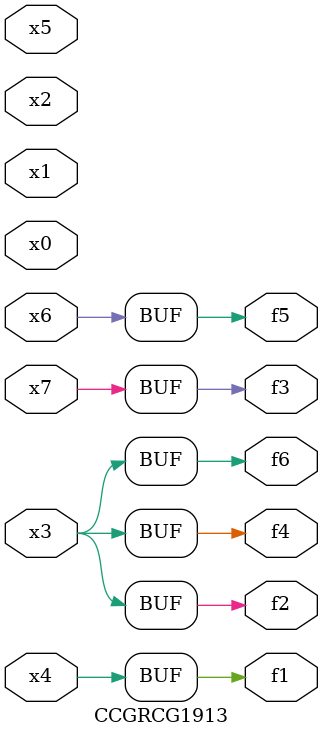
<source format=v>
module CCGRCG1913(
	input x0, x1, x2, x3, x4, x5, x6, x7,
	output f1, f2, f3, f4, f5, f6
);
	assign f1 = x4;
	assign f2 = x3;
	assign f3 = x7;
	assign f4 = x3;
	assign f5 = x6;
	assign f6 = x3;
endmodule

</source>
